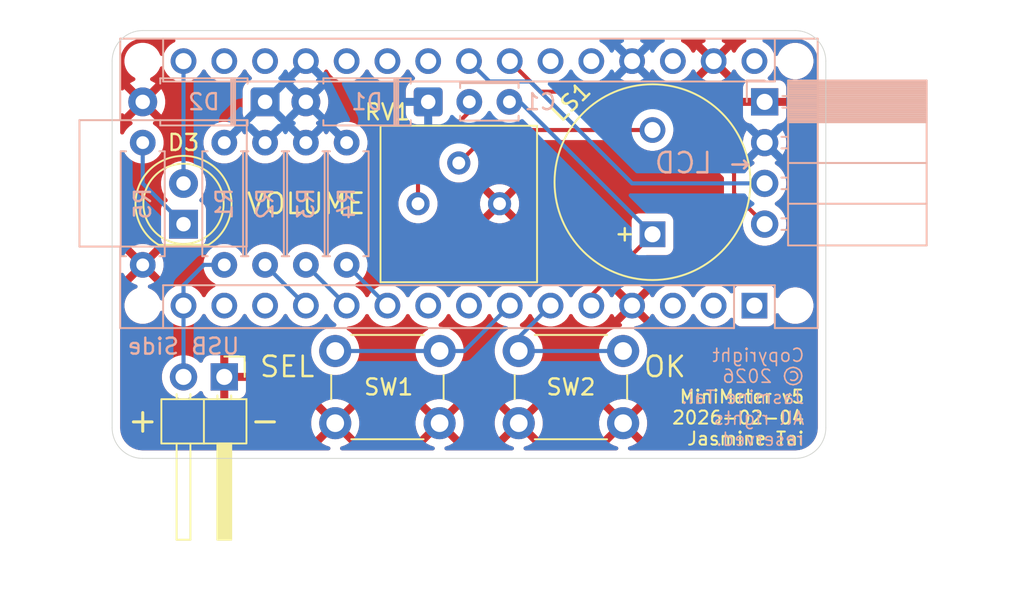
<source format=kicad_pcb>
(kicad_pcb (version 20241229) (generator "pcbnew") (generator_version "9.0")
  (title_block (title "MiniMeter") (date "2026-02-04") (rev "v5") (company "Jasmine Tai") (comment 1 "Copyright © 2026 Jasmine Tai. All rights reserved."))
  (layers (0 "F.Cu" signal) (2 "B.Cu" signal) (13 "F.Paste" user) (15 "B.Paste" user) (5 "F.SilkS" user "F.Silkscreen") (7 "B.SilkS" user "B.Silkscreen") (1 "F.Mask" user) (3 "B.Mask" user) (25 "Edge.Cuts" user))
  (net 0 "")
  (net 1 "GND")
  (net 2 "/SPKR")
  (net 3 "/SDA")
  (net 4 "/SCL")
  (net 5 "/PULL_1K")
  (net 6 "/BTN_SEL")
  (net 7 "/PULL_4.7K")
  (net 8 "/IN_PROT")
  (net 9 "/LED")
  (net 10 "VCC")
  (net 11 "Net-(C1-Pad2)")
  (net 12 "/BTN_OK")
  (net 13 "/IN")
  (net 14 "Net-(LS1--)")
  (net 15 "/PULL_100")
  (net 16 "Net-(D3-K)")
  (footprint "Potentiometer_THT:Potentiometer_Bourns_3386P_Vertical" (layer "F.Cu") (at 69.215 58.42 90)
    (property "Reference" "RV1" (at 5.715 -6.985 180) (layer "F.SilkS"))
    (property "Value" "10K")
    (fp_line (start 4.86 -7.415) (end 4.86 2.335) (stroke (width 0.12)) (layer "F.SilkS"))
    (fp_line (start -4.89 -7.415) (end 4.86 -7.415) (stroke (width 0.12)) (layer "F.SilkS"))
    (fp_line (start 4.86 2.335) (end -4.89 2.335) (stroke (width 0.12)) (layer "F.SilkS"))
    (fp_line (start -4.89 2.335) (end -4.89 -7.415) (stroke (width 0.12)) (layer "F.SilkS"))
    (pad "1" thru_hole circle (at 0 0 90) (size 1.44 1.44) (drill 0.8) (layers "*.Cu" "*.Mask") (net 1 "GND"))
    (pad "2" thru_hole circle (at 2.54 -2.54 90) (size 1.44 1.44) (drill 0.8) (layers "*.Cu" "*.Mask") (net 14 "Net-(LS1--)"))
    (pad "3" thru_hole circle (at 0 -5.08 90) (size 1.44 1.44) (drill 0.8) (layers "*.Cu" "*.Mask") (net 11 "Net-(C1-Pad2)"))
  )
  (footprint "Button_Switch_THT:SW_PUSH_6mm" (layer "F.Cu") (at 70.41 67.6)
    (property "Reference" "SW2" (at 3.25 2.25 0) (layer "F.SilkS"))
    (property "Value" "SW_Push_Dual")
    (fp_line (start -0.25 1.5) (end -0.25 3) (stroke (width 0.12)) (layer "F.SilkS"))
    (fp_line (start 1 5.5) (end 5.5 5.5) (stroke (width 0.12)) (layer "F.SilkS"))
    (fp_line (start 5.5 -1) (end 1 -1) (stroke (width 0.12)) (layer "F.SilkS"))
    (fp_line (start 6.75 3) (end 6.75 1.5) (stroke (width 0.12)) (layer "F.SilkS"))
    (pad "1" thru_hole circle (at 0 0 90) (size 2 2) (drill 1.1) (layers "*.Cu" "*.Mask") (net 12 "/BTN_OK"))
    (pad "1" thru_hole circle (at 6.5 0 90) (size 2 2) (drill 1.1) (layers "*.Cu" "*.Mask") (net 12 "/BTN_OK"))
    (pad "2" thru_hole circle (at 0 4.5 90) (size 2 2) (drill 1.1) (layers "*.Cu" "*.Mask") (net 1 "GND"))
    (pad "2" thru_hole circle (at 6.5 4.5 90) (size 2 2) (drill 1.1) (layers "*.Cu" "*.Mask") (net 1 "GND"))
  )
  (footprint "LED_THT:LED_D5.0mm" (layer "F.Cu") (at 49.53 59.695 90)
    (property "Reference" "D3" (at 5.085 0 180) (layer "F.SilkS"))
    (property "Value" "LED_Filled")
    (fp_line (start -1.29 -1.545) (end -1.29 1.545) (stroke (width 0.12)) (layer "F.SilkS"))
    (fp_arc (start -1.29 -1.54483) (mid 2.071779 -2.880495) (end 4.26 0) (stroke (width 0.12)) (layer "F.SilkS"))
    (fp_arc (start 4.26 0) (mid 2.071779 2.880495) (end -1.29 1.54483) (stroke (width 0.12)) (layer "F.SilkS"))
    (fp_circle (center 1.27 0) (end 3.77 0) (stroke (width 0.12)) (fill no) (layer "F.SilkS"))
    (pad "1" thru_hole rect (at 0 0 90) (size 1.8 1.8) (drill 0.9) (layers "*.Cu" "*.Mask") (net 16 "Net-(D3-K)"))
    (pad "2" thru_hole circle (at 2.54 0 90) (size 1.8 1.8) (drill 0.9) (layers "*.Cu" "*.Mask") (net 9 "/LED"))
  )
  (footprint "Button_Switch_THT:SW_PUSH_6mm" (layer "F.Cu") (at 58.98 67.6)
    (property "Reference" "SW1" (at 3.325 2.25 0) (layer "F.SilkS"))
    (property "Value" "SW_Push_Dual")
    (fp_line (start -0.25 1.5) (end -0.25 3) (stroke (width 0.12)) (layer "F.SilkS"))
    (fp_line (start 1 5.5) (end 5.5 5.5) (stroke (width 0.12)) (layer "F.SilkS"))
    (fp_line (start 5.5 -1) (end 1 -1) (stroke (width 0.12)) (layer "F.SilkS"))
    (fp_line (start 6.75 3) (end 6.75 1.5) (stroke (width 0.12)) (layer "F.SilkS"))
    (pad "1" thru_hole circle (at 0 0 90) (size 2 2) (drill 1.1) (layers "*.Cu" "*.Mask") (net 6 "/BTN_SEL"))
    (pad "1" thru_hole circle (at 6.5 0 90) (size 2 2) (drill 1.1) (layers "*.Cu" "*.Mask") (net 6 "/BTN_SEL"))
    (pad "2" thru_hole circle (at 0 4.5 90) (size 2 2) (drill 1.1) (layers "*.Cu" "*.Mask") (net 1 "GND"))
    (pad "2" thru_hole circle (at 6.5 4.5 90) (size 2 2) (drill 1.1) (layers "*.Cu" "*.Mask") (net 1 "GND"))
  )
  (footprint "Connector_PinHeader_2.54mm:PinHeader_1x02_P2.54mm_Horizontal" (layer "F.Cu") (at 52.07 69.215 -90)
    (property "Reference" "J1" (hide yes))
    (property "Value" "Conn_01x02_Pin")
    (fp_line (start 1.077358 2.97) (end 1.39 2.97) (stroke (width 0.12)) (layer "F.SilkS"))
    (fp_line (start 10.15 2.97) (end 4.15 2.97) (stroke (width 0.12)) (layer "F.SilkS"))
    (fp_line (start 1.077358 2.11) (end 1.39 2.11) (stroke (width 0.12)) (layer "F.SilkS"))
    (fp_line (start 4.15 2.11) (end 10.15 2.11) (stroke (width 0.12)) (layer "F.SilkS"))
    (fp_line (start 10.15 2.11) (end 10.15 2.97) (stroke (width 0.12)) (layer "F.SilkS"))
    (fp_line (start 1.39 1.27) (end 4.15 1.27) (stroke (width 0.12)) (layer "F.SilkS"))
    (fp_line (start 1.16 0.43) (end 1.39 0.43) (stroke (width 0.12)) (layer "F.SilkS"))
    (fp_line (start -1.27 0) (end -1.27 -1.27) (stroke (width 0.12)) (layer "F.SilkS"))
    (fp_line (start 1.16 -0.43) (end 1.39 -0.43) (stroke (width 0.12)) (layer "F.SilkS"))
    (fp_line (start -1.27 -1.27) (end 0 -1.27) (stroke (width 0.12)) (layer "F.SilkS"))
    (fp_rect (start 4.15 -0.43) (end 10.15 0.43) (stroke (width 0.12)) (fill yes) (layer "F.SilkS"))
    (fp_rect (start 1.39 -1.38) (end 4.15 3.92) (stroke (width 0.12)) (fill no) (layer "F.SilkS"))
    (pad "1" thru_hole rect (at 0 0 270) (size 1.7 1.7) (drill 1) (layers "*.Cu" "*.Mask") (net 1 "GND"))
    (pad "2" thru_hole circle (at 0 2.54 270) (size 1.7 1.7) (drill 1) (layers "*.Cu" "*.Mask") (net 13 "/IN"))
  )
  (footprint "Buzzer_Beeper:MagneticBuzzer_ProSignal_ABT-410-RC" (layer "F.Cu") (at 78.74 60.325 90)
    (property "Reference" "LS1" (at 8.255 -5.08 225) (layer "F.SilkS"))
    (property "Value" "Speaker")
    (fp_circle (center 3.25 0) (end 9.35 0) (stroke (width 0.12)) (fill no) (layer "F.SilkS"))
    (fp_text user "+" (at 0 -1.8 90) (layer "F.SilkS"))
    (pad "1" thru_hole rect (at 0 0 90) (size 1.6 1.6) (drill 1) (layers "*.Cu" "*.Mask") (net 2 "/SPKR"))
    (pad "2" thru_hole circle (at 6.5 0 90) (size 1.6 1.6) (drill 1) (layers "*.Cu" "*.Mask") (net 14 "Net-(LS1--)"))
  )
  (footprint "Resistor_THT:R_Axial_DIN0207_L6.3mm_D2.5mm_P7.62mm_Horizontal" (layer "B.Cu") (at 54.61 54.61 -90)
    (property "Reference" "R2" (at 3.81 0 90) (layer "B.SilkS") (effects (justify mirror)))
    (property "Value" "4.7K")
    (fp_line (start 0.54 1.37) (end 7.08 1.37) (stroke (width 0.12)) (layer "B.SilkS"))
    (fp_line (start 7.08 1.37) (end 7.08 1.04) (stroke (width 0.12)) (layer "B.SilkS"))
    (fp_line (start 0.54 1.04) (end 0.54 1.37) (stroke (width 0.12)) (layer "B.SilkS"))
    (fp_line (start 0.54 -1.04) (end 0.54 -1.37) (stroke (width 0.12)) (layer "B.SilkS"))
    (fp_line (start 0.54 -1.37) (end 7.08 -1.37) (stroke (width 0.12)) (layer "B.SilkS"))
    (fp_line (start 7.08 -1.37) (end 7.08 -1.04) (stroke (width 0.12)) (layer "B.SilkS"))
    (pad "1" thru_hole circle (at 0 0 270) (size 1.6 1.6) (drill 0.8) (layers "*.Cu" "*.Mask") (net 8 "/IN_PROT"))
    (pad "2" thru_hole circle (at 7.62 0 270) (size 1.6 1.6) (drill 0.8) (layers "*.Cu" "*.Mask") (net 7 "/PULL_4.7K"))
  )
  (footprint "Diode_THT:D_A-405_P7.62mm_Horizontal" (layer "B.Cu") (at 54.61 52.07 180)
    (property "Reference" "D2" (at 3.81 0 0) (layer "B.SilkS") (effects (justify mirror)))
    (property "Value" "D_Small_Filled")
    (fp_line (start 6.53 1.47) (end 6.53 1.14) (stroke (width 0.12)) (layer "B.SilkS"))
    (fp_line (start 6.53 -1.47) (end 6.53 -1.14) (stroke (width 0.12)) (layer "B.SilkS"))
    (fp_line (start 2.11 1.47) (end 2.11 -1.47) (stroke (width 0.12)) (layer "B.SilkS"))
    (fp_line (start 1.99 1.47) (end 1.99 -1.47) (stroke (width 0.12)) (layer "B.SilkS"))
    (fp_line (start 1.87 1.47) (end 1.87 -1.47) (stroke (width 0.12)) (layer "B.SilkS"))
    (fp_line (start 1.09 1.47) (end 6.53 1.47) (stroke (width 0.12)) (layer "B.SilkS"))
    (fp_line (start 1.09 1.14) (end 1.09 1.47) (stroke (width 0.12)) (layer "B.SilkS"))
    (fp_line (start 1.09 -1.14) (end 1.09 -1.47) (stroke (width 0.12)) (layer "B.SilkS"))
    (fp_line (start 1.09 -1.47) (end 6.53 -1.47) (stroke (width 0.12)) (layer "B.SilkS"))
    (pad "1" thru_hole roundrect (at 0 0 180) (size 1.8 1.8) (drill 0.9) (layers "*.Cu" "*.Mask") (roundrect_rratio 0.138889) (net 8 "/IN_PROT"))
    (pad "2" thru_hole circle (at 7.62 0 180) (size 1.8 1.8) (drill 0.9) (layers "*.Cu" "*.Mask") (net 1 "GND"))
  )
  (footprint "Diode_THT:D_A-405_P7.62mm_Horizontal" (layer "B.Cu") (at 64.77 52.07 180)
    (property "Reference" "D1" (at 3.81 0 0) (layer "B.SilkS") (effects (justify mirror)))
    (property "Value" "D_Small_Filled")
    (fp_line (start 6.53 1.47) (end 6.53 1.14) (stroke (width 0.12)) (layer "B.SilkS"))
    (fp_line (start 6.53 -1.47) (end 6.53 -1.14) (stroke (width 0.12)) (layer "B.SilkS"))
    (fp_line (start 2.11 1.47) (end 2.11 -1.47) (stroke (width 0.12)) (layer "B.SilkS"))
    (fp_line (start 1.99 1.47) (end 1.99 -1.47) (stroke (width 0.12)) (layer "B.SilkS"))
    (fp_line (start 1.87 1.47) (end 1.87 -1.47) (stroke (width 0.12)) (layer "B.SilkS"))
    (fp_line (start 1.09 1.47) (end 6.53 1.47) (stroke (width 0.12)) (layer "B.SilkS"))
    (fp_line (start 1.09 1.14) (end 1.09 1.47) (stroke (width 0.12)) (layer "B.SilkS"))
    (fp_line (start 1.09 -1.14) (end 1.09 -1.47) (stroke (width 0.12)) (layer "B.SilkS"))
    (fp_line (start 1.09 -1.47) (end 6.53 -1.47) (stroke (width 0.12)) (layer "B.SilkS"))
    (pad "1" thru_hole roundrect (at 0 0 180) (size 1.8 1.8) (drill 0.9) (layers "*.Cu" "*.Mask") (roundrect_rratio 0.138889) (net 10 "VCC"))
    (pad "2" thru_hole circle (at 7.62 0 180) (size 1.8 1.8) (drill 0.9) (layers "*.Cu" "*.Mask") (net 8 "/IN_PROT"))
  )
  (footprint "Resistor_THT:R_Axial_DIN0207_L6.3mm_D2.5mm_P7.62mm_Horizontal" (layer "B.Cu") (at 59.69 54.61 -90)
    (property "Reference" "R4" (at 3.81 0 90) (layer "B.SilkS") (effects (justify mirror)))
    (property "Value" "100")
    (fp_line (start 0.54 1.37) (end 7.08 1.37) (stroke (width 0.12)) (layer "B.SilkS"))
    (fp_line (start 7.08 1.37) (end 7.08 1.04) (stroke (width 0.12)) (layer "B.SilkS"))
    (fp_line (start 0.54 1.04) (end 0.54 1.37) (stroke (width 0.12)) (layer "B.SilkS"))
    (fp_line (start 0.54 -1.04) (end 0.54 -1.37) (stroke (width 0.12)) (layer "B.SilkS"))
    (fp_line (start 0.54 -1.37) (end 7.08 -1.37) (stroke (width 0.12)) (layer "B.SilkS"))
    (fp_line (start 7.08 -1.37) (end 7.08 -1.04) (stroke (width 0.12)) (layer "B.SilkS"))
    (pad "1" thru_hole circle (at 0 0 270) (size 1.6 1.6) (drill 0.8) (layers "*.Cu" "*.Mask") (net 8 "/IN_PROT"))
    (pad "2" thru_hole circle (at 7.62 0 270) (size 1.6 1.6) (drill 0.8) (layers "*.Cu" "*.Mask") (net 15 "/PULL_100"))
  )
  (footprint "Resistor_THT:R_Axial_DIN0207_L6.3mm_D2.5mm_P7.62mm_Horizontal" (layer "B.Cu") (at 46.99 62.23 90)
    (property "Reference" "R5" (at 3.81 0 90) (layer "B.SilkS") (effects (justify mirror)))
    (property "Value" "820")
    (fp_line (start 7.08 -1.37) (end 7.08 -1.04) (stroke (width 0.12)) (layer "B.SilkS"))
    (fp_line (start 0.54 -1.37) (end 7.08 -1.37) (stroke (width 0.12)) (layer "B.SilkS"))
    (fp_line (start 0.54 -1.04) (end 0.54 -1.37) (stroke (width 0.12)) (layer "B.SilkS"))
    (fp_line (start 0.54 1.04) (end 0.54 1.37) (stroke (width 0.12)) (layer "B.SilkS"))
    (fp_line (start 7.08 1.37) (end 7.08 1.04) (stroke (width 0.12)) (layer "B.SilkS"))
    (fp_line (start 0.54 1.37) (end 7.08 1.37) (stroke (width 0.12)) (layer "B.SilkS"))
    (pad "1" thru_hole circle (at 0 0 90) (size 1.6 1.6) (drill 0.8) (layers "*.Cu" "*.Mask") (net 1 "GND"))
    (pad "2" thru_hole circle (at 7.62 0 90) (size 1.6 1.6) (drill 0.8) (layers "*.Cu" "*.Mask") (net 16 "Net-(D3-K)"))
  )
  (footprint "Resistor_THT:R_Axial_DIN0207_L6.3mm_D2.5mm_P7.62mm_Horizontal" (layer "B.Cu") (at 57.15 54.61 -90)
    (property "Reference" "R3" (at 3.81 0 90) (layer "B.SilkS") (effects (justify mirror)))
    (property "Value" "1K")
    (fp_line (start 0.54 1.37) (end 7.08 1.37) (stroke (width 0.12)) (layer "B.SilkS"))
    (fp_line (start 7.08 1.37) (end 7.08 1.04) (stroke (width 0.12)) (layer "B.SilkS"))
    (fp_line (start 0.54 1.04) (end 0.54 1.37) (stroke (width 0.12)) (layer "B.SilkS"))
    (fp_line (start 0.54 -1.04) (end 0.54 -1.37) (stroke (width 0.12)) (layer "B.SilkS"))
    (fp_line (start 0.54 -1.37) (end 7.08 -1.37) (stroke (width 0.12)) (layer "B.SilkS"))
    (fp_line (start 7.08 -1.37) (end 7.08 -1.04) (stroke (width 0.12)) (layer "B.SilkS"))
    (pad "1" thru_hole circle (at 0 0 270) (size 1.6 1.6) (drill 0.8) (layers "*.Cu" "*.Mask") (net 8 "/IN_PROT"))
    (pad "2" thru_hole circle (at 7.62 0 270) (size 1.6 1.6) (drill 0.8) (layers "*.Cu" "*.Mask") (net 5 "/PULL_1K"))
  )
  (footprint "Resistor_THT:R_Axial_DIN0207_L6.3mm_D2.5mm_P7.62mm_Horizontal" (layer "B.Cu") (at 52.07 62.23 90)
    (property "Reference" "R1" (at 3.81 0 90) (layer "B.SilkS") (effects (justify mirror)))
    (property "Value" "10K")
    (fp_line (start 7.08 -1.37) (end 7.08 -1.04) (stroke (width 0.12)) (layer "B.SilkS"))
    (fp_line (start 0.54 -1.37) (end 7.08 -1.37) (stroke (width 0.12)) (layer "B.SilkS"))
    (fp_line (start 0.54 -1.04) (end 0.54 -1.37) (stroke (width 0.12)) (layer "B.SilkS"))
    (fp_line (start 0.54 1.04) (end 0.54 1.37) (stroke (width 0.12)) (layer "B.SilkS"))
    (fp_line (start 7.08 1.37) (end 7.08 1.04) (stroke (width 0.12)) (layer "B.SilkS"))
    (fp_line (start 0.54 1.37) (end 7.08 1.37) (stroke (width 0.12)) (layer "B.SilkS"))
    (pad "1" thru_hole circle (at 0 0 90) (size 1.6 1.6) (drill 0.8) (layers "*.Cu" "*.Mask") (net 13 "/IN"))
    (pad "2" thru_hole circle (at 7.62 0 90) (size 1.6 1.6) (drill 0.8) (layers "*.Cu" "*.Mask") (net 8 "/IN_PROT"))
  )
  (footprint "Capacitor_THT:C_Disc_D3.4mm_W2.1mm_P2.50mm" (layer "B.Cu") (at 69.83 52.07 180)
    (property "Reference" "C1" (at -1.925 0 0) (layer "B.SilkS") (effects (justify mirror)))
    (property "Value" "100nF")
    (fp_line (start 3.07 1.17) (end 3.07 0.87) (stroke (width 0.12)) (layer "B.SilkS"))
    (fp_line (start 3.07 -0.87) (end 3.07 -1.17) (stroke (width 0.12)) (layer "B.SilkS"))
    (fp_line (start 3.07 -1.17) (end -0.57 -1.17) (stroke (width 0.12)) (layer "B.SilkS"))
    (fp_line (start -0.57 1.17) (end 3.07 1.17) (stroke (width 0.12)) (layer "B.SilkS"))
    (fp_line (start -0.57 0.87) (end -0.57 1.17) (stroke (width 0.12)) (layer "B.SilkS"))
    (fp_line (start -0.57 -1.17) (end -0.57 -0.87) (stroke (width 0.12)) (layer "B.SilkS"))
    (pad "1" thru_hole circle (at 0 0 180) (size 1.6 1.6) (drill 0.8) (layers "*.Cu" "*.Mask") (net 2 "/SPKR"))
    (pad "2" thru_hole circle (at 2.5 0 180) (size 1.6 1.6) (drill 0.8) (layers "*.Cu" "*.Mask") (net 11 "Net-(C1-Pad2)"))
  )
  (footprint "Module:Arduino_Nano_WithMountingHoles" (layer "B.Cu") (at 85.09 64.77 90)
    (property "Reference" "A1" (hide yes))
    (property "Value" "Arduino_Nano_Socket")
    (fp_line (start 11.56 -42.04) (end 3.68 -42.04) (stroke (width 0.12)) (layer "B.SilkS"))
    (fp_line (start 3.68 -42.04) (end 3.68 -31.62) (stroke (width 0.12)) (layer "B.SilkS"))
    (fp_line (start 16.64 -39.5) (end 11.56 -39.5) (stroke (width 0.12)) (layer "B.SilkS"))
    (fp_line (start 16.64 -39.5) (end 16.64 3.94) (stroke (width 0.12)) (layer "B.SilkS"))
    (fp_line (start -1.4 -39.5) (end 3.68 -39.5) (stroke (width 0.12)) (layer "B.SilkS"))
    (fp_line (start 13.97 -36.83) (end 16.64 -36.83) (stroke (width 0.12)) (layer "B.SilkS"))
    (fp_line (start 1.27 -36.83) (end -1.4 -36.83) (stroke (width 0.12)) (layer "B.SilkS"))
    (fp_line (start 11.56 -31.62) (end 11.56 -42.04) (stroke (width 0.12)) (layer "B.SilkS"))
    (fp_line (start 3.68 -31.62) (end 11.56 -31.62) (stroke (width 0.12)) (layer "B.SilkS"))
    (fp_line (start 1.27 -1.27) (end 1.27 -36.83) (stroke (width 0.12)) (layer "B.SilkS"))
    (fp_line (start 1.27 -1.27) (end -1.4 -1.27) (stroke (width 0.12)) (layer "B.SilkS"))
    (fp_line (start 1.27 -1.27) (end 1.27 1.27) (stroke (width 0.12)) (layer "B.SilkS"))
    (fp_line (start -1.4 -1.27) (end -1.4 -39.5) (stroke (width 0.12)) (layer "B.SilkS"))
    (fp_line (start 13.97 1.27) (end 13.97 -36.83) (stroke (width 0.12)) (layer "B.SilkS"))
    (fp_line (start 13.97 1.27) (end 16.64 1.27) (stroke (width 0.12)) (layer "B.SilkS"))
    (fp_line (start 1.27 1.27) (end -1.4 1.27) (stroke (width 0.12)) (layer "B.SilkS"))
    (fp_line (start 16.64 3.94) (end -1.4 3.94) (stroke (width 0.12)) (layer "B.SilkS"))
    (fp_line (start -1.4 3.94) (end -1.4 1.27) (stroke (width 0.12)) (layer "B.SilkS"))
    (fp_text user "USB Side" (at -2.54 -35.56 0) (layer "B.SilkS") (effects (justify mirror)))
    (pad "" np_thru_hole circle (at 0 -38.1 90) (size 1.78 1.78) (drill 1.78) (layers "*.Cu" "*.Mask"))
    (pad "" np_thru_hole circle (at 0 2.54 90) (size 1.78 1.78) (drill 1.78) (layers "*.Cu" "*.Mask"))
    (pad "" np_thru_hole circle (at 15.24 -38.1 90) (size 1.78 1.78) (drill 1.78) (layers "*.Cu" "*.Mask"))
    (pad "" np_thru_hole circle (at 15.24 2.54 90) (size 1.78 1.78) (drill 1.78) (layers "*.Cu" "*.Mask"))
    (pad "1" thru_hole rect (at 0 0 90) (size 1.6 1.6) (drill 1) (layers "*.Cu" "*.Mask"))
    (pad "2" thru_hole oval (at 0 -2.54 90) (size 1.6 1.6) (drill 1) (layers "*.Cu" "*.Mask"))
    (pad "3" thru_hole oval (at 0 -5.08 90) (size 1.6 1.6) (drill 1) (layers "*.Cu" "*.Mask"))
    (pad "4" thru_hole oval (at 0 -7.62 90) (size 1.6 1.6) (drill 1) (layers "*.Cu" "*.Mask") (net 1 "GND"))
    (pad "5" thru_hole oval (at 0 -10.16 90) (size 1.6 1.6) (drill 1) (layers "*.Cu" "*.Mask") (net 2 "/SPKR"))
    (pad "6" thru_hole oval (at 0 -12.7 90) (size 1.6 1.6) (drill 1) (layers "*.Cu" "*.Mask") (net 12 "/BTN_OK"))
    (pad "7" thru_hole oval (at 0 -15.24 90) (size 1.6 1.6) (drill 1) (layers "*.Cu" "*.Mask") (net 6 "/BTN_SEL"))
    (pad "8" thru_hole oval (at 0 -17.78 90) (size 1.6 1.6) (drill 1) (layers "*.Cu" "*.Mask"))
    (pad "9" thru_hole oval (at 0 -20.32 90) (size 1.6 1.6) (drill 1) (layers "*.Cu" "*.Mask"))
    (pad "10" thru_hole oval (at 0 -22.86 90) (size 1.6 1.6) (drill 1) (layers "*.Cu" "*.Mask") (net 15 "/PULL_100"))
    (pad "11" thru_hole oval (at 0 -25.4 90) (size 1.6 1.6) (drill 1) (layers "*.Cu" "*.Mask") (net 5 "/PULL_1K"))
    (pad "12" thru_hole oval (at 0 -27.94 90) (size 1.6 1.6) (drill 1) (layers "*.Cu" "*.Mask") (net 7 "/PULL_4.7K"))
    (pad "13" thru_hole oval (at 0 -30.48 90) (size 1.6 1.6) (drill 1) (layers "*.Cu" "*.Mask"))
    (pad "14" thru_hole oval (at 0 -33.02 90) (size 1.6 1.6) (drill 1) (layers "*.Cu" "*.Mask"))
    (pad "15" thru_hole oval (at 0 -35.56 90) (size 1.6 1.6) (drill 1) (layers "*.Cu" "*.Mask") (net 13 "/IN"))
    (pad "16" thru_hole oval (at 15.24 -35.56 90) (size 1.6 1.6) (drill 1) (layers "*.Cu" "*.Mask") (net 9 "/LED"))
    (pad "17" thru_hole oval (at 15.24 -33.02 90) (size 1.6 1.6) (drill 1) (layers "*.Cu" "*.Mask"))
    (pad "18" thru_hole oval (at 15.24 -30.48 90) (size 1.6 1.6) (drill 1) (layers "*.Cu" "*.Mask"))
    (pad "19" thru_hole oval (at 15.24 -27.94 90) (size 1.6 1.6) (drill 1) (layers "*.Cu" "*.Mask") (net 8 "/IN_PROT"))
    (pad "20" thru_hole oval (at 15.24 -25.4 90) (size 1.6 1.6) (drill 1) (layers "*.Cu" "*.Mask"))
    (pad "21" thru_hole oval (at 15.24 -22.86 90) (size 1.6 1.6) (drill 1) (layers "*.Cu" "*.Mask"))
    (pad "22" thru_hole oval (at 15.24 -20.32 90) (size 1.6 1.6) (drill 1) (layers "*.Cu" "*.Mask"))
    (pad "23" thru_hole oval (at 15.24 -17.78 90) (size 1.6 1.6) (drill 1) (layers "*.Cu" "*.Mask") (net 3 "/SDA"))
    (pad "24" thru_hole oval (at 15.24 -15.24 90) (size 1.6 1.6) (drill 1) (layers "*.Cu" "*.Mask") (net 4 "/SCL"))
    (pad "25" thru_hole oval (at 15.24 -12.7 90) (size 1.6 1.6) (drill 1) (layers "*.Cu" "*.Mask"))
    (pad "26" thru_hole oval (at 15.24 -10.16 90) (size 1.6 1.6) (drill 1) (layers "*.Cu" "*.Mask"))
    (pad "27" thru_hole oval (at 15.24 -7.62 90) (size 1.6 1.6) (drill 1) (layers "*.Cu" "*.Mask") (net 10 "VCC"))
    (pad "28" thru_hole oval (at 15.24 -5.08 90) (size 1.6 1.6) (drill 1) (layers "*.Cu" "*.Mask"))
    (pad "29" thru_hole oval (at 15.24 -2.54 90) (size 1.6 1.6) (drill 1) (layers "*.Cu" "*.Mask") (net 1 "GND"))
    (pad "30" thru_hole oval (at 15.24 0 90) (size 1.6 1.6) (drill 1) (layers "*.Cu" "*.Mask"))
  )
  (footprint "Connector_PinSocket_2.54mm:PinSocket_1x04_P2.54mm_Horizontal" (layer "B.Cu") (at 85.725 52.07 180)
    (property "Reference" "J2" (hide yes))
    (property "Value" "I2C")
    (fp_line (start 1.11 1.33) (end 1.11 0) (stroke (width 0.12)) (layer "B.SilkS"))
    (fp_line (start 0 1.33) (end 1.11 1.33) (stroke (width 0.12)) (layer "B.SilkS"))
    (fp_line (start -1.46 1.33) (end -1.46 -8.95) (stroke (width 0.12)) (layer "B.SilkS"))
    (fp_line (start -1.46 0.36) (end -1.11 0.36) (stroke (width 0.12)) (layer "B.SilkS"))
    (fp_line (start -1.46 -0.36) (end -1.11 -0.36) (stroke (width 0.12)) (layer "B.SilkS"))
    (fp_line (start -1.46 -2.18) (end -1.05 -2.18) (stroke (width 0.12)) (layer "B.SilkS"))
    (fp_line (start -1.46 -2.9) (end -1.05 -2.9) (stroke (width 0.12)) (layer "B.SilkS"))
    (fp_line (start -1.46 -4.72) (end -1.05 -4.72) (stroke (width 0.12)) (layer "B.SilkS"))
    (fp_line (start -1.46 -5.44) (end -1.05 -5.44) (stroke (width 0.12)) (layer "B.SilkS"))
    (fp_line (start -1.46 -7.26) (end -1.05 -7.26) (stroke (width 0.12)) (layer "B.SilkS"))
    (fp_line (start -1.46 -7.98) (end -1.05 -7.98) (stroke (width 0.12)) (layer "B.SilkS"))
    (fp_line (start -10.09 1.33) (end -1.46 1.33) (stroke (width 0.12)) (layer "B.SilkS"))
    (fp_line (start -10.09 1.33) (end -10.09 -8.95) (stroke (width 0.12)) (layer "B.SilkS"))
    (fp_line (start -10.09 1.21) (end -1.46 1.21) (stroke (width 0.12)) (layer "B.SilkS"))
    (fp_line (start -10.09 1.091905) (end -1.46 1.091905) (stroke (width 0.12)) (layer "B.SilkS"))
    (fp_line (start -10.09 0.97381) (end -1.46 0.97381) (stroke (width 0.12)) (layer "B.SilkS"))
    (fp_line (start -10.09 0.855715) (end -1.46 0.855715) (stroke (width 0.12)) (layer "B.SilkS"))
    (fp_line (start -10.09 0.73762) (end -1.46 0.73762) (stroke (width 0.12)) (layer "B.SilkS"))
    (fp_line (start -10.09 0.619525) (end -1.46 0.619525) (stroke (width 0.12)) (layer "B.SilkS"))
    (fp_line (start -10.09 0.50143) (end -1.46 0.50143) (stroke (width 0.12)) (layer "B.SilkS"))
    (fp_line (start -10.09 0.383335) (end -1.46 0.383335) (stroke (width 0.12)) (layer "B.SilkS"))
    (fp_line (start -10.09 0.26524) (end -1.46 0.26524) (stroke (width 0.12)) (layer "B.SilkS"))
    (fp_line (start -10.09 0.147145) (end -1.46 0.147145) (stroke (width 0.12)) (layer "B.SilkS"))
    (fp_line (start -10.09 0.02905) (end -1.46 0.02905) (stroke (width 0.12)) (layer "B.SilkS"))
    (fp_line (start -10.09 -0.089045) (end -1.46 -0.089045) (stroke (width 0.12)) (layer "B.SilkS"))
    (fp_line (start -10.09 -0.20714) (end -1.46 -0.20714) (stroke (width 0.12)) (layer "B.SilkS"))
    (fp_line (start -10.09 -0.325235) (end -1.46 -0.325235) (stroke (width 0.12)) (layer "B.SilkS"))
    (fp_line (start -10.09 -0.44333) (end -1.46 -0.44333) (stroke (width 0.12)) (layer "B.SilkS"))
    (fp_line (start -10.09 -0.561425) (end -1.46 -0.561425) (stroke (width 0.12)) (layer "B.SilkS"))
    (fp_line (start -10.09 -0.67952) (end -1.46 -0.67952) (stroke (width 0.12)) (layer "B.SilkS"))
    (fp_line (start -10.09 -0.797615) (end -1.46 -0.797615) (stroke (width 0.12)) (layer "B.SilkS"))
    (fp_line (start -10.09 -0.91571) (end -1.46 -0.91571) (stroke (width 0.12)) (layer "B.SilkS"))
    (fp_line (start -10.09 -1.033805) (end -1.46 -1.033805) (stroke (width 0.12)) (layer "B.SilkS"))
    (fp_line (start -10.09 -1.1519) (end -1.46 -1.1519) (stroke (width 0.12)) (layer "B.SilkS"))
    (fp_line (start -10.09 -1.27) (end -1.46 -1.27) (stroke (width 0.12)) (layer "B.SilkS"))
    (fp_line (start -10.09 -3.81) (end -1.46 -3.81) (stroke (width 0.12)) (layer "B.SilkS"))
    (fp_line (start -10.09 -6.35) (end -1.46 -6.35) (stroke (width 0.12)) (layer "B.SilkS"))
    (fp_line (start -10.09 -8.95) (end -1.46 -8.95) (stroke (width 0.12)) (layer "B.SilkS"))
    (pad "1" thru_hole rect (at 0 0 180) (size 1.7 1.7) (drill 1) (layers "*.Cu" "*.Mask") (net 1 "GND"))
    (pad "2" thru_hole circle (at 0 -2.54 180) (size 1.7 1.7) (drill 1) (layers "*.Cu" "*.Mask") (net 10 "VCC"))
    (pad "3" thru_hole circle (at 0 -5.08 180) (size 1.7 1.7) (drill 1) (layers "*.Cu" "*.Mask") (net 3 "/SDA"))
    (pad "4" thru_hole circle (at 0 -7.62 180) (size 1.7 1.7) (drill 1) (layers "*.Cu" "*.Mask") (net 4 "/SCL"))
  )
  (gr_line (start 45.085 72.39) (end 45.085 49.53) (stroke (width 0.05)) (layer "Edge.Cuts"))
  (gr_arc (start 87.63 47.625) (mid 88.977038 48.182962) (end 89.535 49.53) (stroke (width 0.05)) (layer "Edge.Cuts"))
  (gr_line (start 87.63 74.295) (end 46.99 74.295) (stroke (width 0.05)) (layer "Edge.Cuts"))
  (gr_arc (start 89.535 72.39) (mid 88.977038 73.737038) (end 87.63 74.295) (stroke (width 0.05)) (layer "Edge.Cuts"))
  (gr_arc (start 45.085 49.53) (mid 45.642962 48.182962) (end 46.99 47.625) (stroke (width 0.05)) (layer "Edge.Cuts"))
  (gr_line (start 89.535 49.53) (end 89.535 72.39) (stroke (width 0.05)) (layer "Edge.Cuts"))
  (gr_arc (start 46.99 74.295) (mid 45.642962 73.737038) (end 45.085 72.39) (stroke (width 0.05)) (layer "Edge.Cuts"))
  (gr_line (start 46.99 47.625) (end 87.63 47.625) (stroke (width 0.05)) (layer "Edge.Cuts"))
  (gr_text "+" (at 46.99 73.025 180) (layer "F.SilkS") (effects (font (size 1.524 1.524) (thickness 0.1905)) (justify top)))
  (gr_text "VOLUME" (at 60.96 58.42 0) (layer "F.SilkS") (effects (font (size 1.27 1.27) (thickness 0.15875)) (justify right)))
  (gr_text "OK" (at 78.105 68.58 0) (layer "F.SilkS") (effects (font (size 1.27 1.27) (thickness 0.15875)) (justify left)))
  (gr_text "SEL" (at 57.785 68.58 0) (layer "F.SilkS") (effects (font (size 1.27 1.27) (thickness 0.15875)) (justify right)))
  (gr_text "-" (at 54.61 73.025 180) (layer "F.SilkS") (effects (font (size 1.524 1.524) (thickness 0.1905)) (justify top)))
  (gr_text "${TITLE} ${REVISION}\n${ISSUE_DATE}\n${COMPANY}" (at 88.265 71.755 0) (layer "F.SilkS") (effects (font (size 0.8128 0.8128) (thickness 0.127)) (justify right)))
  (gr_text "← LCD" (at 85.09 55.88 0) (layer "B.SilkS") (effects (font (size 1.27 1.27) (thickness 0.15875)) (justify left mirror)))
  (gr_text "Copyright\n© 2026\nJasmine Tai.\nAll rights\nreserved." (at 88.265 70.485 0) (layer "B.SilkS") (effects (font (size 0.8128 0.8128) (thickness 0.1016)) (justify left mirror)))
  (segment (start 74.93 64.77) (end 74.93 64.135) (width 0.254) (layer "F.Cu") (net 2))
  (segment (start 74.93 64.135) (end 78.74 60.325) (width 0.254) (layer "F.Cu") (net 2))
  (segment (start 78.74 60.325) (end 70.485 52.07) (width 0.254) (layer "B.Cu") (net 2))
  (segment (start 70.485 52.07) (end 69.83 52.07) (width 0.254) (layer "B.Cu") (net 2))
  (segment (start 77.47 57.15) (end 85.725 57.15) (width 0.254) (layer "B.Cu") (net 3))
  (segment (start 71.12 50.8) (end 77.47 57.15) (width 0.254) (layer "B.Cu") (net 3))
  (segment (start 67.31 49.53) (end 68.58 50.8) (width 0.254) (layer "B.Cu") (net 3))
  (segment (start 68.58 50.8) (end 71.12 50.8) (width 0.254) (layer "B.Cu") (net 3))
  (segment (start 71.755 51.435) (end 69.85 49.53) (width 0.254) (layer "F.Cu") (net 4))
  (segment (start 83.82 56.515) (end 78.74 51.435) (width 0.254) (layer "F.Cu") (net 4))
  (segment (start 78.74 51.435) (end 71.755 51.435) (width 0.254) (layer "F.Cu") (net 4))
  (segment (start 83.82 57.785) (end 83.82 56.515) (width 0.254) (layer "F.Cu") (net 4))
  (segment (start 85.725 59.69) (end 83.82 57.785) (width 0.254) (layer "F.Cu") (net 4))
  (segment (start 57.15 62.23) (end 59.69 64.77) (width 0.254) (layer "B.Cu") (net 5))
  (segment (start 69.85 64.77) (end 67.02 67.6) (width 0.254) (layer "B.Cu") (net 6))
  (segment (start 67.02 67.6) (end 58.98 67.6) (width 0.254) (layer "B.Cu") (net 6))
  (segment (start 54.61 62.23) (end 57.15 64.77) (width 0.254) (layer "B.Cu") (net 7))
  (segment (start 49.53 49.53) (end 49.53 57.155) (width 0.254) (layer "B.Cu") (net 9))
  (segment (start 67.33 52.685) (end 64.135 55.88) (width 0.254) (layer "F.Cu") (net 11))
  (segment (start 64.135 55.88) (end 64.135 58.42) (width 0.254) (layer "F.Cu") (net 11))
  (segment (start 67.33 52.07) (end 67.33 52.685) (width 0.254) (layer "F.Cu") (net 11))
  (segment (start 72.39 64.77) (end 70.41 66.75) (width 0.254) (layer "B.Cu") (net 12))
  (segment (start 70.41 67.6) (end 76.91 67.6) (width 0.254) (layer "B.Cu") (net 12))
  (segment (start 70.41 66.75) (end 70.41 67.6) (width 0.254) (layer "B.Cu") (net 12))
  (segment (start 52.07 62.23) (end 50.8 62.23) (width 0.254) (layer "B.Cu") (net 13))
  (segment (start 49.53 63.5) (end 49.53 69.215) (width 0.254) (layer "B.Cu") (net 13))
  (segment (start 50.8 62.23) (end 49.53 63.5) (width 0.254) (layer "B.Cu") (net 13))
  (segment (start 68.73 53.825) (end 66.675 55.88) (width 0.254) (layer "F.Cu") (net 14))
  (segment (start 78.74 53.825) (end 68.73 53.825) (width 0.254) (layer "F.Cu") (net 14))
  (segment (start 59.69 62.23) (end 62.23 64.77) (width 0.254) (layer "B.Cu") (net 15))
  (segment (start 46.99 57.155) (end 49.53 59.695) (width 0.254) (layer "B.Cu") (net 16))
  (segment (start 46.99 54.61) (end 46.99 57.155) (width 0.254) (layer "B.Cu") (net 16))
  (zone (net 1) (net_name "GND") (layer "F.Cu") (connect_pads (clearance 0.5)) (min_thickness 0.25) (fill yes (thermal_gap 0.5) (thermal_bridge_width 0.5))
    (polygon (pts (xy 38.1 45.72) (xy 38.1 81.28) (xy 93.98 81.28) (xy 93.98 45.72)))
  )
  (zone (net 8) (net_name "/IN_PROT") (layer "B.Cu") (priority 2) (connect_pads (clearance 0.5)) (min_thickness 0.25) (fill yes (thermal_gap 0.5) (thermal_bridge_width 0.5))
    (polygon (pts (xy 51.435 53.975) (xy 51.435 55.245) (xy 60.325 55.245) (xy 60.325 53.975) (xy 57.785 48.895) (xy 56.515 48.895)))
  )
  (zone (net 10) (net_name "VCC") (layer "B.Cu") (priority 1) (connect_pads (clearance 0.5)) (min_thickness 0.25) (fill yes (thermal_gap 0.5) (thermal_bridge_width 0.5))
    (polygon (pts (xy 92.71 45.72) (xy 92.71 81.28) (xy 38.1 81.28) (xy 38.1 45.72)))
  )
)
</source>
